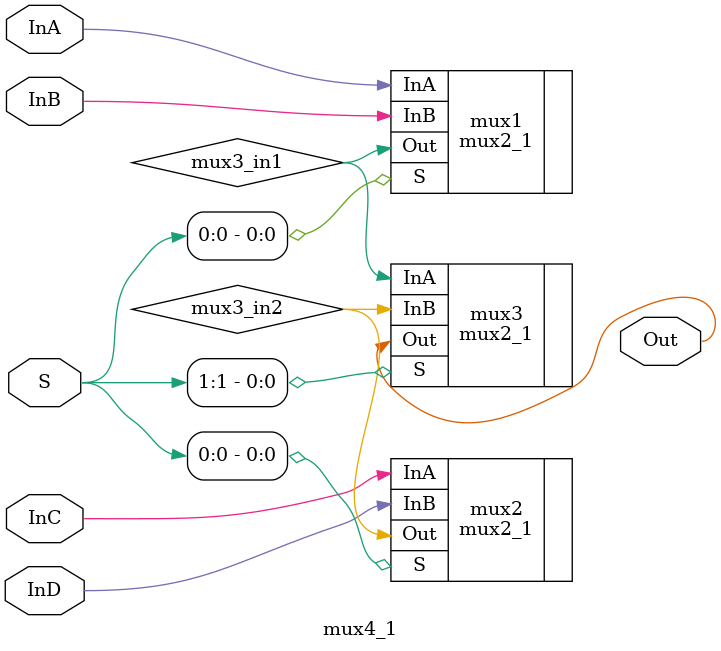
<source format=v>

module mux4_1(InA, InB, InC, InD, S, Out);
    
    input InA, InB, InC, InD;
    input [1:0] S;
    output Out;
    wire mux3_in1, mux3_in2;
    mux2_1 mux1(.InA(InA), .InB(InB), .S(S[0]), .Out(mux3_in1));
    mux2_1 mux2(.InA(InC), .InB(InD), .S(S[0]), .Out(mux3_in2));
    mux2_1 mux3(.InA(mux3_in1), .InB(mux3_in2), .S(S[1]), .Out(Out));
    
endmodule

</source>
